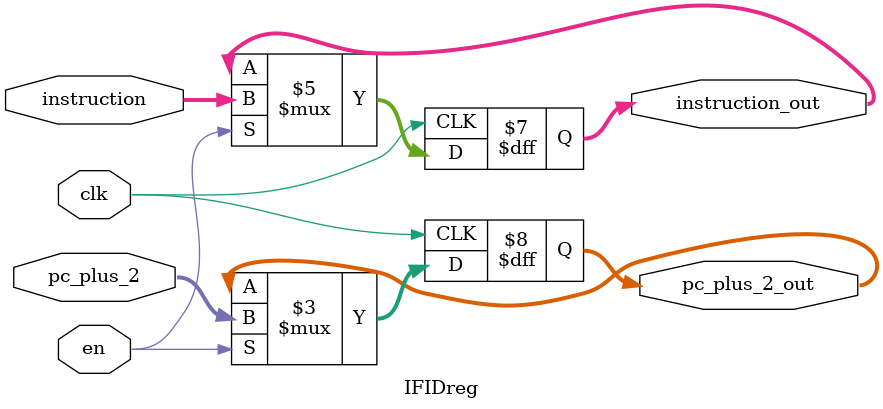
<source format=v>
`timescale 1ns / 1ps
module IFIDreg(input clk,input en, input [15:0] instruction, input [15:0] pc_plus_2,
									output reg [15:0] instruction_out, output reg [15:0] pc_plus_2_out);

initial begin instruction_out = 0; end
always@(negedge clk)
begin
	if(en)
	begin
	instruction_out <= instruction;
	pc_plus_2_out <= pc_plus_2;
	end
end
endmodule

</source>
